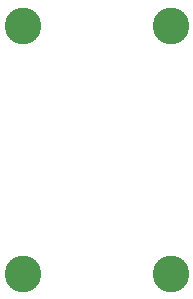
<source format=gbs>
G04*
G04 #@! TF.GenerationSoftware,Altium Limited,Altium Designer,23.4.1 (23)*
G04*
G04 Layer_Color=16711935*
%FSLAX44Y44*%
%MOMM*%
G71*
G04*
G04 #@! TF.SameCoordinates,119376F5-832C-499C-A5AA-40DF592A9E39*
G04*
G04*
G04 #@! TF.FilePolarity,Negative*
G04*
G01*
G75*
%ADD29C,3.1000*%
D29*
X30110Y229000D02*
D03*
X155110Y19000D02*
D03*
X30110D02*
D03*
X155110Y229000D02*
D03*
M02*

</source>
